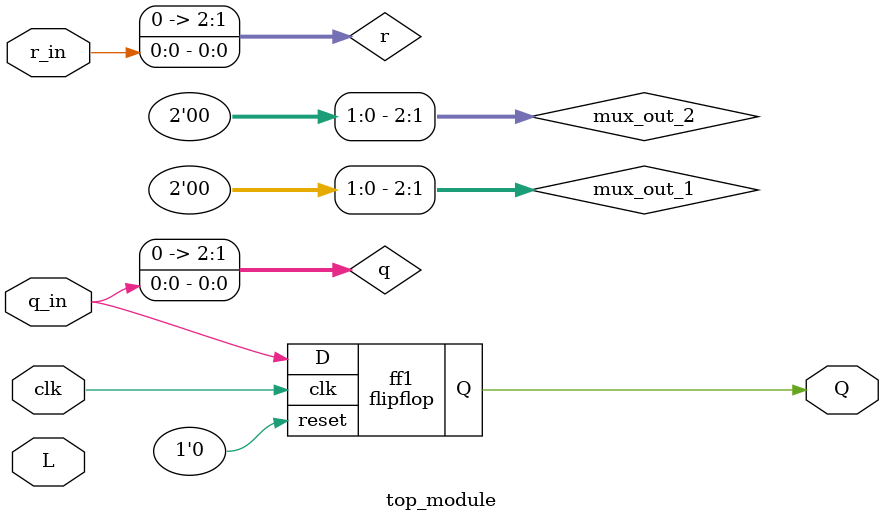
<source format=sv>
module flipflop (
    input clk,
    input D,
    input reset,
    output reg Q
);

always @(posedge clk or posedge reset) begin
    if (reset) begin
        Q <= 1'b0;
    end else begin
        Q <= D;
    end
end

endmodule
module mux_2to1 (
    input A,
    input B,
    input SEL,
    output reg Y
);

always @(*) begin
    if (SEL) begin
        Y <= B;
    end else begin
        Y <= A;
    end
end

endmodule
module top_module(
    input clk,
    input L,
    input q_in,
    input r_in,
    output reg Q
);

wire [2:0] r;
wire [2:0] q;
wire [2:0] mux_out_1;
wire [2:0] mux_out_2;

assign r = r_in;
assign q[0] = q_in;
assign q[1] = mux_out_1[2];
assign q[2] = mux_out_2[2];

flipflop ff1 (
    .clk(clk),
    .D(q_in),
    .reset(1'b0),
    .Q(Q)
);

mux_2to1 mux1 (
    .A(q[1]),
    .B(q[2]),
    .SEL(L),
    .Y(mux_out_1)
);

mux_2to1 mux2 (
    .A(r_in),
    .B(q[0]),
    .SEL(L),
    .Y(mux_out_2)
);

endmodule

</source>
